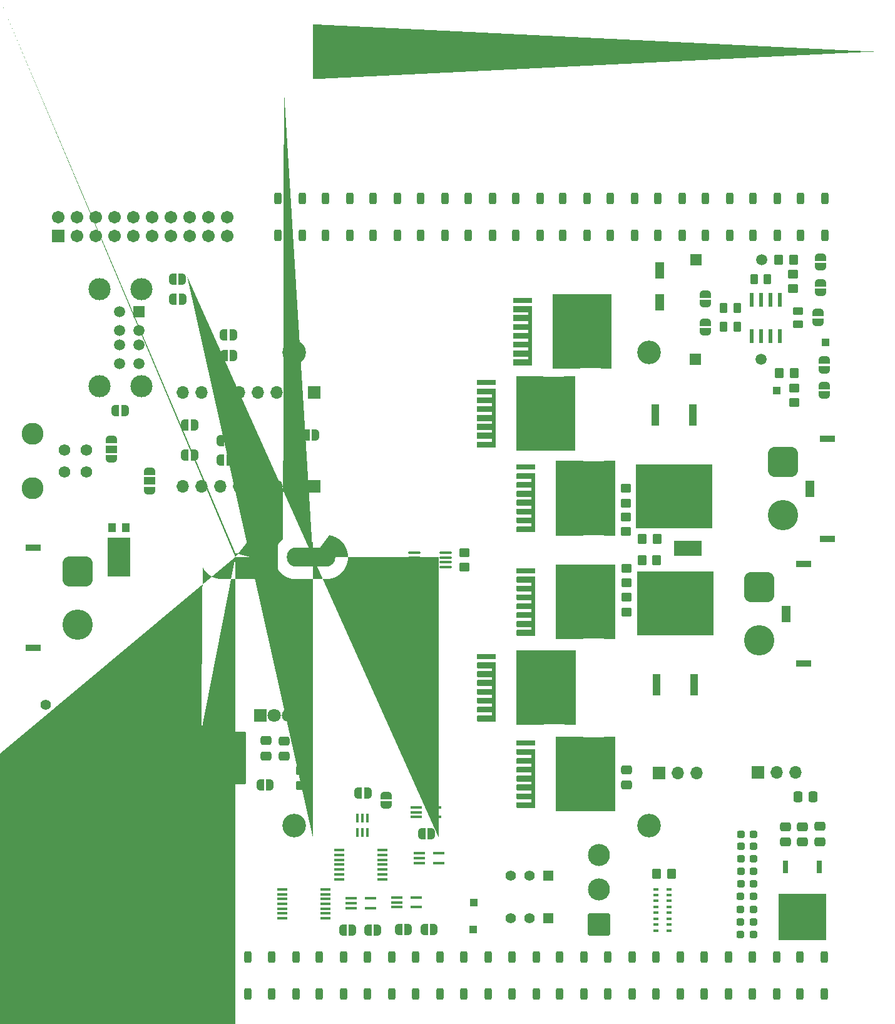
<source format=gbr>
%TF.GenerationSoftware,KiCad,Pcbnew,8.0.3*%
%TF.CreationDate,2025-06-05T22:32:43-07:00*%
%TF.ProjectId,Power_ManagementV2,506f7765-725f-44d6-916e-6167656d656e,rev?*%
%TF.SameCoordinates,Original*%
%TF.FileFunction,Soldermask,Top*%
%TF.FilePolarity,Negative*%
%FSLAX46Y46*%
G04 Gerber Fmt 4.6, Leading zero omitted, Abs format (unit mm)*
G04 Created by KiCad (PCBNEW 8.0.3) date 2025-06-05 22:32:43*
%MOMM*%
%LPD*%
G01*
G04 APERTURE LIST*
G04 Aperture macros list*
%AMRoundRect*
0 Rectangle with rounded corners*
0 $1 Rounding radius*
0 $2 $3 $4 $5 $6 $7 $8 $9 X,Y pos of 4 corners*
0 Add a 4 corners polygon primitive as box body*
4,1,4,$2,$3,$4,$5,$6,$7,$8,$9,$2,$3,0*
0 Add four circle primitives for the rounded corners*
1,1,$1+$1,$2,$3*
1,1,$1+$1,$4,$5*
1,1,$1+$1,$6,$7*
1,1,$1+$1,$8,$9*
0 Add four rect primitives between the rounded corners*
20,1,$1+$1,$2,$3,$4,$5,0*
20,1,$1+$1,$4,$5,$6,$7,0*
20,1,$1+$1,$6,$7,$8,$9,0*
20,1,$1+$1,$8,$9,$2,$3,0*%
%AMFreePoly0*
4,1,19,0.500000,-0.750000,0.000000,-0.750000,0.000000,-0.744911,-0.071157,-0.744911,-0.207708,-0.704816,-0.327430,-0.627875,-0.420627,-0.520320,-0.479746,-0.390866,-0.500000,-0.250000,-0.500000,0.250000,-0.479746,0.390866,-0.420627,0.520320,-0.327430,0.627875,-0.207708,0.704816,-0.071157,0.744911,0.000000,0.744911,0.000000,0.750000,0.500000,0.750000,0.500000,-0.750000,0.500000,-0.750000,
$1*%
%AMFreePoly1*
4,1,19,0.000000,0.744911,0.071157,0.744911,0.207708,0.704816,0.327430,0.627875,0.420627,0.520320,0.479746,0.390866,0.500000,0.250000,0.500000,-0.250000,0.479746,-0.390866,0.420627,-0.520320,0.327430,-0.627875,0.207708,-0.704816,0.071157,-0.744911,0.000000,-0.744911,0.000000,-0.750000,-0.500000,-0.750000,-0.500000,0.750000,0.000000,0.750000,0.000000,0.744911,0.000000,0.744911,
$1*%
%AMFreePoly2*
4,1,19,0.550000,-0.750000,0.000000,-0.750000,0.000000,-0.744911,-0.071157,-0.744911,-0.207708,-0.704816,-0.327430,-0.627875,-0.420627,-0.520320,-0.479746,-0.390866,-0.500000,-0.250000,-0.500000,0.250000,-0.479746,0.390866,-0.420627,0.520320,-0.327430,0.627875,-0.207708,0.704816,-0.071157,0.744911,0.000000,0.744911,0.000000,0.750000,0.550000,0.750000,0.550000,-0.750000,0.550000,-0.750000,
$1*%
%AMFreePoly3*
4,1,19,0.000000,0.744911,0.071157,0.744911,0.207708,0.704816,0.327430,0.627875,0.420627,0.520320,0.479746,0.390866,0.500000,0.250000,0.500000,-0.250000,0.479746,-0.390866,0.420627,-0.520320,0.327430,-0.627875,0.207708,-0.704816,0.071157,-0.744911,0.000000,-0.744911,0.000000,-0.750000,-0.550000,-0.750000,-0.550000,0.750000,0.000000,0.750000,0.000000,0.744911,0.000000,0.744911,
$1*%
%AMFreePoly4*
4,1,64,2.219304,2.963065,2.677052,2.853170,3.111972,2.673020,3.513357,2.427051,3.871321,2.121320,4.177052,1.763356,4.423021,1.361971,4.603171,0.927051,4.713066,0.469303,4.750001,0.000000,4.713066,-0.469303,4.603171,-0.927051,4.423021,-1.361971,4.177052,-1.763356,3.871321,-2.121320,3.513357,-2.427051,3.111972,-2.673020,2.677052,-2.853170,2.219304,-2.963065,1.750001,-3.000000,
-2.249999,-3.000000,-2.397706,-2.996361,-2.545055,-2.985454,-2.691689,-2.967306,-2.837251,-2.941960,-2.981388,-2.909478,-3.123751,-2.869938,-3.263995,-2.823437,-3.401780,-2.770088,-3.536770,-2.710019,-3.668639,-2.643376,-3.797067,-2.570322,-3.921743,-2.491033,-4.042363,-2.405702,-4.158636,-2.314536,-4.270279,-2.217755,-4.377022,-2.115595,-4.478605,-2.008303,-4.574782,-1.896139,-4.665320,-1.779377,
-4.750000,-1.658298,-4.750001,1.658297,-4.665322,1.779376,-4.574783,1.896139,-4.478606,2.008302,-4.377023,2.115594,-4.270281,2.217755,-4.158637,2.314535,-4.042365,2.405702,-3.921744,2.491033,-3.797069,2.570322,-3.668640,2.643376,-3.536771,2.710019,-3.401780,2.770087,-3.263996,2.823437,-3.123752,2.869937,-2.981389,2.909477,-2.837251,2.941959,-2.691689,2.967304,-2.545056,2.985452,
-2.397706,2.996359,-2.249999,2.999997,1.750001,3.000000,2.219304,2.963065,2.219304,2.963065,$1*%
%AMFreePoly5*
4,1,64,2.397707,2.996361,2.545056,2.985454,2.691689,2.967306,2.837251,2.941960,2.981388,2.909477,3.123751,2.869938,3.263995,2.823437,3.401779,2.770087,3.536770,2.710019,3.668639,2.643376,3.797067,2.570322,3.921742,2.491033,4.042363,2.405702,4.158635,2.314536,4.270278,2.217755,4.377021,2.115595,4.478604,2.008303,4.574782,1.896140,4.665320,1.779378,4.750000,1.658299,
4.750001,-1.658298,4.665321,-1.779377,4.574783,-1.896139,4.478606,-2.008303,4.377022,-2.115595,4.270280,-2.217755,4.158637,-2.314536,4.042364,-2.405702,3.921744,-2.491033,3.797068,-2.570322,3.668640,-2.643376,3.536771,-2.710019,3.401780,-2.770087,3.263996,-2.823437,3.123752,-2.869937,2.981389,-2.909477,2.837251,-2.941959,2.691689,-2.967305,2.545056,-2.985453,2.397707,-2.996360,
2.250000,-2.999998,-1.750001,-3.000000,-2.219304,-2.963065,-2.677051,-2.853170,-3.111972,-2.673020,-3.513356,-2.427051,-3.871321,-2.121320,-4.177051,-1.763356,-4.423020,-1.361971,-4.603170,-0.927051,-4.713066,-0.469303,-4.750001,0.000000,-4.713066,0.469303,-4.603170,0.927051,-4.423020,1.361971,-4.177051,1.763356,-3.871321,2.121320,-3.513356,2.427051,-3.111972,2.673020,-2.677051,2.853170,
-2.219304,2.963065,-1.750001,3.000000,2.250000,3.000000,2.397707,2.996361,2.397707,2.996361,$1*%
G04 Aperture macros list end*
%ADD10C,0.000000*%
%ADD11RoundRect,0.250000X-0.250000X0.550000X-0.250000X-0.550000X0.250000X-0.550000X0.250000X0.550000X0*%
%ADD12FreePoly0,0.000000*%
%ADD13FreePoly1,0.000000*%
%ADD14RoundRect,0.100000X-0.650000X-0.100000X0.650000X-0.100000X0.650000X0.100000X-0.650000X0.100000X0*%
%ADD15C,1.498600*%
%ADD16R,1.498600X1.498600*%
%ADD17R,0.990600X1.143000*%
%ADD18R,3.098800X5.207000*%
%ADD19RoundRect,0.250000X-0.262500X-0.450000X0.262500X-0.450000X0.262500X0.450000X-0.262500X0.450000X0*%
%ADD20RoundRect,0.250000X0.250000X-0.550000X0.250000X0.550000X-0.250000X0.550000X-0.250000X-0.550000X0*%
%ADD21C,1.574800*%
%ADD22C,2.971800*%
%ADD23RoundRect,0.237500X-0.287500X-0.237500X0.287500X-0.237500X0.287500X0.237500X-0.287500X0.237500X0*%
%ADD24RoundRect,0.250000X0.475000X-0.337500X0.475000X0.337500X-0.475000X0.337500X-0.475000X-0.337500X0*%
%ADD25RoundRect,0.250000X0.350000X0.450000X-0.350000X0.450000X-0.350000X-0.450000X0.350000X-0.450000X0*%
%ADD26FreePoly0,90.000000*%
%ADD27FreePoly1,90.000000*%
%ADD28C,3.200000*%
%ADD29R,1.500000X1.500000*%
%ADD30C,1.500000*%
%ADD31C,3.000000*%
%ADD32R,2.400000X2.400000*%
%ADD33C,2.400000*%
%ADD34RoundRect,0.250000X-0.450000X0.350000X-0.450000X-0.350000X0.450000X-0.350000X0.450000X0.350000X0*%
%ADD35FreePoly2,90.000000*%
%ADD36R,1.500000X1.000000*%
%ADD37FreePoly3,90.000000*%
%ADD38RoundRect,0.250000X-0.337500X-0.475000X0.337500X-0.475000X0.337500X0.475000X-0.337500X0.475000X0*%
%ADD39FreePoly0,270.000000*%
%ADD40FreePoly1,270.000000*%
%ADD41RoundRect,0.250000X0.450000X-0.350000X0.450000X0.350000X-0.450000X0.350000X-0.450000X-0.350000X0*%
%ADD42FreePoly2,0.000000*%
%ADD43R,1.000000X1.500000*%
%ADD44FreePoly3,0.000000*%
%ADD45R,2.500000X0.800000*%
%ADD46R,7.999995X10.100005*%
%ADD47FreePoly2,270.000000*%
%ADD48FreePoly3,270.000000*%
%ADD49RoundRect,0.102000X-0.754000X-0.754000X0.754000X-0.754000X0.754000X0.754000X-0.754000X0.754000X0*%
%ADD50C,1.712000*%
%ADD51RoundRect,0.250000X-0.350000X-0.450000X0.350000X-0.450000X0.350000X0.450000X-0.350000X0.450000X0*%
%ADD52C,1.400000*%
%ADD53R,3.500000X3.500000*%
%ADD54C,3.500000*%
%ADD55R,1.168400X2.209800*%
%ADD56RoundRect,0.250000X-0.475000X0.337500X-0.475000X-0.337500X0.475000X-0.337500X0.475000X0.337500X0*%
%ADD57RoundRect,0.250000X0.262500X0.450000X-0.262500X0.450000X-0.262500X-0.450000X0.262500X-0.450000X0*%
%ADD58R,1.700000X1.700000*%
%ADD59O,1.700000X1.700000*%
%ADD60R,0.711200X1.701800*%
%ADD61R,6.553200X6.223000*%
%ADD62R,0.990600X2.997200*%
%ADD63R,10.337800X8.712200*%
%ADD64FreePoly0,180.000000*%
%ADD65FreePoly1,180.000000*%
%ADD66RoundRect,0.100000X-0.712500X-0.100000X0.712500X-0.100000X0.712500X0.100000X-0.712500X0.100000X0*%
%ADD67R,1.000000X1.000000*%
%ADD68R,2.000000X0.900000*%
%ADD69RoundRect,1.025000X-1.025000X1.025000X-1.025000X-1.025000X1.025000X-1.025000X1.025000X1.025000X0*%
%ADD70C,4.100000*%
%ADD71R,1.300000X2.300000*%
%ADD72RoundRect,0.102000X0.609000X0.609000X-0.609000X0.609000X-0.609000X-0.609000X0.609000X-0.609000X0*%
%ADD73C,1.422000*%
%ADD74R,1.460500X0.355600*%
%ADD75R,0.355600X1.168400*%
%ADD76R,3.800000X2.000000*%
%ADD77R,1.473200X0.355600*%
%ADD78RoundRect,1.025000X1.025000X-1.025000X1.025000X1.025000X-1.025000X1.025000X-1.025000X-1.025000X0*%
%ADD79R,0.711200X0.457200*%
%ADD80R,1.800000X1.800000*%
%ADD81C,1.800000*%
%ADD82RoundRect,1.300000X-2.000000X-0.000010X2.000000X-0.000010X2.000000X0.000010X-2.000000X0.000010X0*%
%ADD83FreePoly4,0.000000*%
%ADD84FreePoly5,0.000000*%
%ADD85RoundRect,0.102000X-1.495000X-0.670000X1.495000X-0.670000X1.495000X0.670000X-1.495000X0.670000X0*%
%ADD86RoundRect,0.102000X-4.130000X-3.450000X4.130000X-3.450000X4.130000X3.450000X-4.130000X3.450000X0*%
%ADD87R,0.533400X1.981200*%
%ADD88RoundRect,0.250000X0.650000X-1.000000X0.650000X1.000000X-0.650000X1.000000X-0.650000X-1.000000X0*%
%ADD89RoundRect,0.102000X1.387500X1.387500X-1.387500X1.387500X-1.387500X-1.387500X1.387500X-1.387500X0*%
%ADD90C,2.979000*%
%ADD91RoundRect,0.250000X-0.450000X0.262500X-0.450000X-0.262500X0.450000X-0.262500X0.450000X0.262500X0*%
%ADD92RoundRect,0.102000X1.500000X-1.237500X1.500000X1.237500X-1.500000X1.237500X-1.500000X-1.237500X0*%
G04 APERTURE END LIST*
D10*
%TO.C,Q3*%
G36*
X230490703Y-88526397D02*
G01*
X233290698Y-88526397D01*
X233290702Y-87676398D01*
X234790699Y-87676398D01*
X234790699Y-97776404D01*
X233290702Y-97776404D01*
X233290698Y-96926405D01*
X230490703Y-96926405D01*
X230490697Y-97776404D01*
X226790704Y-97776404D01*
X226790704Y-87676398D01*
X230490697Y-87676398D01*
X230490703Y-88526397D01*
G37*
G36*
X223990701Y-97326400D02*
G01*
X221490701Y-97326400D01*
X221490701Y-96526400D01*
X223490700Y-96526402D01*
X223490700Y-96126402D01*
X221490701Y-96126400D01*
X221490701Y-95326402D01*
X223490700Y-95326402D01*
X223490700Y-94926402D01*
X221490701Y-94926402D01*
X221490701Y-94126403D01*
X223490700Y-94126402D01*
X223490700Y-93726402D01*
X221490701Y-93726402D01*
X221490701Y-92926402D01*
X223490700Y-92926402D01*
X223490700Y-92526402D01*
X221490701Y-92526402D01*
X221490701Y-91726402D01*
X223490700Y-91726402D01*
X223490700Y-91326402D01*
X221490701Y-91326402D01*
X221490701Y-90526402D01*
X223490700Y-90526402D01*
X223490700Y-90126402D01*
X221490701Y-90126402D01*
X221490701Y-89326402D01*
X223990701Y-89326402D01*
X223990701Y-97326400D01*
G37*
%TO.C,Q4*%
G36*
X230490703Y-102539795D02*
G01*
X233290698Y-102539795D01*
X233290702Y-101689796D01*
X234790699Y-101689796D01*
X234790699Y-111789802D01*
X233290702Y-111789802D01*
X233290698Y-110939803D01*
X230490703Y-110939803D01*
X230490697Y-111789802D01*
X226790704Y-111789802D01*
X226790704Y-101689796D01*
X230490697Y-101689796D01*
X230490703Y-102539795D01*
G37*
G36*
X223990701Y-111339798D02*
G01*
X221490701Y-111339798D01*
X221490701Y-110539798D01*
X223490700Y-110539800D01*
X223490700Y-110139800D01*
X221490701Y-110139798D01*
X221490701Y-109339800D01*
X223490700Y-109339800D01*
X223490700Y-108939800D01*
X221490701Y-108939800D01*
X221490701Y-108139801D01*
X223490700Y-108139800D01*
X223490700Y-107739800D01*
X221490701Y-107739800D01*
X221490701Y-106939800D01*
X223490700Y-106939800D01*
X223490700Y-106539800D01*
X221490701Y-106539800D01*
X221490701Y-105739800D01*
X223490700Y-105739800D01*
X223490700Y-105339800D01*
X221490701Y-105339800D01*
X221490701Y-104539800D01*
X223490700Y-104539800D01*
X223490700Y-104139800D01*
X221490701Y-104139800D01*
X221490701Y-103339800D01*
X223990701Y-103339800D01*
X223990701Y-111339798D01*
G37*
%TO.C,Q1*%
G36*
X230033503Y-65954796D02*
G01*
X232833498Y-65954796D01*
X232833502Y-65104797D01*
X234333499Y-65104797D01*
X234333499Y-75204803D01*
X232833502Y-75204803D01*
X232833498Y-74354804D01*
X230033503Y-74354804D01*
X230033497Y-75204803D01*
X226333504Y-75204803D01*
X226333504Y-65104797D01*
X230033497Y-65104797D01*
X230033503Y-65954796D01*
G37*
G36*
X223533501Y-74754799D02*
G01*
X221033501Y-74754799D01*
X221033501Y-73954799D01*
X223033500Y-73954801D01*
X223033500Y-73554801D01*
X221033501Y-73554799D01*
X221033501Y-72754801D01*
X223033500Y-72754801D01*
X223033500Y-72354801D01*
X221033501Y-72354801D01*
X221033501Y-71554802D01*
X223033500Y-71554801D01*
X223033500Y-71154801D01*
X221033501Y-71154801D01*
X221033501Y-70354801D01*
X223033500Y-70354801D01*
X223033500Y-69954801D01*
X221033501Y-69954801D01*
X221033501Y-69154801D01*
X223033500Y-69154801D01*
X223033500Y-68754801D01*
X221033501Y-68754801D01*
X221033501Y-67954801D01*
X223033500Y-67954801D01*
X223033500Y-67554801D01*
X221033501Y-67554801D01*
X221033501Y-66754801D01*
X223533501Y-66754801D01*
X223533501Y-74754799D01*
G37*
%TO.C,Q2*%
G36*
X225105903Y-77079996D02*
G01*
X227905898Y-77079996D01*
X227905902Y-76229997D01*
X229405899Y-76229997D01*
X229405899Y-86330003D01*
X227905902Y-86330003D01*
X227905898Y-85480004D01*
X225105903Y-85480004D01*
X225105897Y-86330003D01*
X221405904Y-86330003D01*
X221405904Y-76229997D01*
X225105897Y-76229997D01*
X225105903Y-77079996D01*
G37*
G36*
X218605901Y-85879999D02*
G01*
X216105901Y-85879999D01*
X216105901Y-85079999D01*
X218105900Y-85080001D01*
X218105900Y-84680001D01*
X216105901Y-84679999D01*
X216105901Y-83880001D01*
X218105900Y-83880001D01*
X218105900Y-83480001D01*
X216105901Y-83480001D01*
X216105901Y-82680002D01*
X218105900Y-82680001D01*
X218105900Y-82280001D01*
X216105901Y-82280001D01*
X216105901Y-81480001D01*
X218105900Y-81480001D01*
X218105900Y-81080001D01*
X216105901Y-81080001D01*
X216105901Y-80280001D01*
X218105900Y-80280001D01*
X218105900Y-79880001D01*
X216105901Y-79880001D01*
X216105901Y-79080001D01*
X218105900Y-79080001D01*
X218105900Y-78680001D01*
X216105901Y-78680001D01*
X216105901Y-77880001D01*
X218605901Y-77880001D01*
X218605901Y-85879999D01*
G37*
%TO.C,Q5*%
G36*
X225148602Y-114115995D02*
G01*
X227948597Y-114115995D01*
X227948601Y-113265996D01*
X229448598Y-113265996D01*
X229448598Y-123366002D01*
X227948601Y-123366002D01*
X227948597Y-122516003D01*
X225148602Y-122516003D01*
X225148596Y-123366002D01*
X221448603Y-123366002D01*
X221448603Y-113265996D01*
X225148596Y-113265996D01*
X225148602Y-114115995D01*
G37*
G36*
X218648600Y-122915998D02*
G01*
X216148600Y-122915998D01*
X216148600Y-122115998D01*
X218148599Y-122116000D01*
X218148599Y-121716000D01*
X216148600Y-121715998D01*
X216148600Y-120916000D01*
X218148599Y-120916000D01*
X218148599Y-120516000D01*
X216148600Y-120516000D01*
X216148600Y-119716001D01*
X218148599Y-119716000D01*
X218148599Y-119316000D01*
X216148600Y-119316000D01*
X216148600Y-118516000D01*
X218148599Y-118516000D01*
X218148599Y-118116000D01*
X216148600Y-118116000D01*
X216148600Y-117316000D01*
X218148599Y-117316000D01*
X218148599Y-116916000D01*
X216148600Y-116916000D01*
X216148600Y-116116000D01*
X218148599Y-116116000D01*
X218148599Y-115716000D01*
X216148600Y-115716000D01*
X216148600Y-114916000D01*
X218648600Y-114916000D01*
X218648600Y-122915998D01*
G37*
%TO.C,Q6*%
G36*
X230490703Y-125850795D02*
G01*
X233290698Y-125850795D01*
X233290702Y-125000796D01*
X234790699Y-125000796D01*
X234790699Y-135100802D01*
X233290702Y-135100802D01*
X233290698Y-134250803D01*
X230490703Y-134250803D01*
X230490697Y-135100802D01*
X226790704Y-135100802D01*
X226790704Y-125000796D01*
X230490697Y-125000796D01*
X230490703Y-125850795D01*
G37*
G36*
X223990701Y-134650798D02*
G01*
X221490701Y-134650798D01*
X221490701Y-133850798D01*
X223490700Y-133850800D01*
X223490700Y-133450800D01*
X221490701Y-133450798D01*
X221490701Y-132650800D01*
X223490700Y-132650800D01*
X223490700Y-132250800D01*
X221490701Y-132250800D01*
X221490701Y-131450801D01*
X223490700Y-131450800D01*
X223490700Y-131050800D01*
X221490701Y-131050800D01*
X221490701Y-130250800D01*
X223490700Y-130250800D01*
X223490700Y-129850800D01*
X221490701Y-129850800D01*
X221490701Y-129050800D01*
X223490700Y-129050800D01*
X223490700Y-128650800D01*
X221490701Y-128650800D01*
X221490701Y-127850800D01*
X223490700Y-127850800D01*
X223490700Y-127450800D01*
X221490701Y-127450800D01*
X221490701Y-126650800D01*
X223990701Y-126650800D01*
X223990701Y-134650798D01*
G37*
%TD*%
D11*
%TO.C,LED18*%
X263139322Y-52200000D03*
X259839322Y-52200000D03*
X263139322Y-57200000D03*
X259839322Y-57200000D03*
%TD*%
D12*
%TO.C,JP11*%
X176575000Y-82800000D03*
D13*
X177875000Y-82800000D03*
%TD*%
D14*
%TO.C,U9*%
X205270000Y-146750000D03*
X205270000Y-147400000D03*
X205270000Y-148050000D03*
X207930000Y-148050000D03*
X207930000Y-146750000D03*
%TD*%
D15*
%TO.C,D2*%
X254594480Y-60500000D03*
D16*
X245694320Y-60500000D03*
%TD*%
D17*
%TO.C,CR1*%
X168616402Y-96723200D03*
X166776400Y-96723200D03*
D18*
X167696401Y-100711000D03*
%TD*%
D19*
%TO.C,R5*%
X249485900Y-67002400D03*
X251310900Y-67002400D03*
%TD*%
D20*
%TO.C,LED1*%
X155793000Y-159750000D03*
X159093000Y-159750000D03*
X155793000Y-154750000D03*
X159093000Y-154750000D03*
%TD*%
D21*
%TO.C,J9*%
X160274000Y-89183350D03*
X160274000Y-86183351D03*
X163273999Y-89183350D03*
X163273999Y-86183351D03*
D22*
X155953998Y-84033350D03*
X155953998Y-91333351D03*
%TD*%
D23*
%TO.C,D13*%
X251747400Y-150048200D03*
X253497400Y-150048200D03*
%TD*%
D24*
%TO.C,C6*%
X260148599Y-139211500D03*
X260148599Y-137136500D03*
%TD*%
D20*
%TO.C,LED5*%
X181798600Y-159750000D03*
X185098600Y-159750000D03*
X181798600Y-154750000D03*
X185098600Y-154750000D03*
%TD*%
D25*
%TO.C,R19*%
X242400000Y-143520400D03*
X240400000Y-143520400D03*
%TD*%
D26*
%TO.C,JP1*%
X262260200Y-68915800D03*
D27*
X262260200Y-67615800D03*
%TD*%
D28*
%TO.C,H1*%
X191350000Y-73000000D03*
%TD*%
D29*
%TO.C,J7*%
X170355000Y-67525000D03*
D30*
X170355000Y-70025000D03*
X170355000Y-72025000D03*
X170355000Y-74525000D03*
X167735000Y-67525000D03*
X167735000Y-70025000D03*
X167735000Y-72025000D03*
X167735000Y-74525000D03*
D31*
X170705000Y-64455000D03*
X165025000Y-64455000D03*
X170705000Y-77595000D03*
X165025000Y-77595000D03*
%TD*%
D14*
%TO.C,U12*%
X207870000Y-134550000D03*
X207870000Y-135200000D03*
X207870000Y-135850000D03*
X210530000Y-135850000D03*
X210530000Y-134550000D03*
%TD*%
D32*
%TO.C,C11*%
X163042600Y-140606846D03*
D33*
X163042600Y-148106846D03*
%TD*%
D34*
%TO.C,R12*%
X259000000Y-77800000D03*
X259000000Y-79800000D03*
%TD*%
D35*
%TO.C,JP8*%
X171857500Y-91675000D03*
D36*
X171857500Y-90375000D03*
D37*
X171857500Y-89075000D03*
%TD*%
D34*
%TO.C,R13*%
X192350000Y-125575000D03*
X192350000Y-127575000D03*
%TD*%
D38*
%TO.C,C2*%
X259515700Y-133096000D03*
X261590700Y-133096000D03*
%TD*%
D39*
%TO.C,JP25*%
X203800000Y-132950000D03*
D40*
X203800000Y-134250000D03*
%TD*%
D15*
%TO.C,D1*%
X254543680Y-73915000D03*
D16*
X245643520Y-73915000D03*
%TD*%
D20*
%TO.C,LED6*%
X188300000Y-159750000D03*
X191600000Y-159750000D03*
X188300000Y-154750000D03*
X191600000Y-154750000D03*
%TD*%
D26*
%TO.C,JP3*%
X247045600Y-66396600D03*
D27*
X247045600Y-65096600D03*
%TD*%
D41*
%TO.C,R1*%
X236220000Y-93370400D03*
X236220000Y-91370400D03*
%TD*%
D11*
%TO.C,LED28*%
X198924934Y-52200000D03*
X195624934Y-52200000D03*
X198924934Y-57200000D03*
X195624934Y-57200000D03*
%TD*%
D42*
%TO.C,JP9*%
X191650000Y-84207500D03*
D43*
X192950000Y-84207500D03*
D44*
X194250000Y-84207500D03*
%TD*%
D45*
%TO.C,Q3*%
X222740701Y-88526402D03*
X222740701Y-89726402D03*
X222740701Y-90926402D03*
X222740701Y-92126402D03*
X222740701Y-93326402D03*
X222740701Y-94526402D03*
X222740701Y-95726400D03*
X222740701Y-96926400D03*
D46*
X230790701Y-92726401D03*
%TD*%
D26*
%TO.C,JP4*%
X262600000Y-61400000D03*
D27*
X262600000Y-60100000D03*
%TD*%
D47*
%TO.C,JP28*%
X166624000Y-84785200D03*
D36*
X166624000Y-86085200D03*
D48*
X166624000Y-87385200D03*
%TD*%
D20*
%TO.C,LED10*%
X214305600Y-159750000D03*
X217605600Y-159750000D03*
X214305600Y-154750000D03*
X217605600Y-154750000D03*
%TD*%
D45*
%TO.C,Q4*%
X222740701Y-102539800D03*
X222740701Y-103739800D03*
X222740701Y-104939800D03*
X222740701Y-106139800D03*
X222740701Y-107339800D03*
X222740701Y-108539800D03*
X222740701Y-109739798D03*
X222740701Y-110939798D03*
D46*
X230790701Y-106739799D03*
%TD*%
D12*
%TO.C,JP16*%
X181400000Y-87600000D03*
D13*
X182700000Y-87600000D03*
%TD*%
D49*
%TO.C,J8*%
X159500000Y-57290000D03*
D50*
X159500000Y-54750000D03*
X162040000Y-57290000D03*
X162040000Y-54750000D03*
X164580000Y-57290000D03*
X164580000Y-54750000D03*
X167120000Y-57290000D03*
X167120000Y-54750000D03*
X169660000Y-57290000D03*
X169660000Y-54750000D03*
X172200000Y-57290000D03*
X172200000Y-54750000D03*
X174740000Y-57290000D03*
X174740000Y-54750000D03*
X177280000Y-57290000D03*
X177280000Y-54750000D03*
X179820000Y-57290000D03*
X179820000Y-54750000D03*
X182360000Y-57290000D03*
X182360000Y-54750000D03*
%TD*%
D51*
%TO.C,R9*%
X256900000Y-60450000D03*
X258900000Y-60450000D03*
%TD*%
D20*
%TO.C,LED7*%
X194801400Y-159750000D03*
X198101400Y-159750000D03*
X194801400Y-154750000D03*
X198101400Y-154750000D03*
%TD*%
D24*
%TO.C,C4*%
X262459999Y-139186100D03*
X262459999Y-137111100D03*
%TD*%
D28*
%TO.C,H2*%
X191350000Y-137000000D03*
%TD*%
D52*
%TO.C,J6*%
X157750000Y-131700000D03*
X157750000Y-120700000D03*
D53*
X162750000Y-128700000D03*
D54*
X162750000Y-123700000D03*
%TD*%
D55*
%TO.C,C1*%
X240800000Y-61900000D03*
X240800000Y-66218000D03*
%TD*%
D20*
%TO.C,LED15*%
X246812600Y-159750000D03*
X250112600Y-159750000D03*
X246812600Y-154750000D03*
X250112600Y-154750000D03*
%TD*%
D56*
%TO.C,C8*%
X187550000Y-125525000D03*
X187550000Y-127600000D03*
%TD*%
%TO.C,C9*%
X190025000Y-125537500D03*
X190025000Y-127612500D03*
%TD*%
D57*
%TO.C,TH2*%
X255425700Y-63090800D03*
X253600700Y-63090800D03*
%TD*%
D28*
%TO.C,H4*%
X239350000Y-73000000D03*
%TD*%
D20*
%TO.C,LED17*%
X259815400Y-159750000D03*
X263115400Y-159750000D03*
X259815400Y-154750000D03*
X263115400Y-154750000D03*
%TD*%
%TO.C,LED4*%
X175297200Y-159750000D03*
X178597200Y-159750000D03*
X175297200Y-154750000D03*
X178597200Y-154750000D03*
%TD*%
D58*
%TO.C,J3*%
X194125000Y-78450000D03*
D59*
X191585000Y-78450000D03*
X189045000Y-78450000D03*
X186505000Y-78450000D03*
X183965000Y-78450000D03*
X181425000Y-78450000D03*
X178885000Y-78450000D03*
X176345000Y-78450000D03*
%TD*%
D23*
%TO.C,D5*%
X251803400Y-139837400D03*
X253553400Y-139837400D03*
%TD*%
D45*
%TO.C,Q1*%
X222283501Y-65954801D03*
X222283501Y-67154801D03*
X222283501Y-68354801D03*
X222283501Y-69554801D03*
X222283501Y-70754801D03*
X222283501Y-71954801D03*
X222283501Y-73154799D03*
X222283501Y-74354799D03*
D46*
X230333501Y-70154800D03*
%TD*%
D34*
%TO.C,R7*%
X236372400Y-102190800D03*
X236372400Y-104190800D03*
%TD*%
D20*
%TO.C,LED16*%
X253314000Y-159750000D03*
X256614000Y-159750000D03*
X253314000Y-154750000D03*
X256614000Y-154750000D03*
%TD*%
D13*
%TO.C,JP24*%
X206800000Y-151100000D03*
D12*
X205500000Y-151100000D03*
%TD*%
D60*
%TO.C,U4*%
X262450001Y-142593600D03*
D61*
X260150000Y-149350000D03*
D60*
X257849999Y-142593600D03*
%TD*%
D62*
%TO.C,U2*%
X240385600Y-117983000D03*
D63*
X242925600Y-106972100D03*
D62*
X245465600Y-117983000D03*
%TD*%
D26*
%TO.C,JP6*%
X262600000Y-64900000D03*
D27*
X262600000Y-63600000D03*
%TD*%
D26*
%TO.C,JP7*%
X263050000Y-78800000D03*
D27*
X263050000Y-77500000D03*
%TD*%
D64*
%TO.C,JP26*%
X201350000Y-132600000D03*
D65*
X200050000Y-132600000D03*
%TD*%
D32*
%TO.C,C10*%
X180060600Y-140606292D03*
D33*
X180060600Y-148106292D03*
%TD*%
D20*
%TO.C,LED3*%
X168795800Y-159750000D03*
X172095800Y-159750000D03*
X168795800Y-154750000D03*
X172095800Y-154750000D03*
%TD*%
D51*
%TO.C,R10*%
X257000000Y-75800000D03*
X259000000Y-75800000D03*
%TD*%
D66*
%TO.C,U14*%
X207612500Y-100100000D03*
X207612500Y-100750000D03*
X207612500Y-101400000D03*
X207612500Y-102050000D03*
X211837500Y-102050000D03*
X211837500Y-101400000D03*
X211837500Y-100750000D03*
X211837500Y-100100000D03*
%TD*%
D58*
%TO.C,J4*%
X194125000Y-91150000D03*
D59*
X191585000Y-91150000D03*
X189045000Y-91150000D03*
X186505000Y-91150000D03*
X183965000Y-91150000D03*
X181425000Y-91150000D03*
X178885000Y-91150000D03*
X176345000Y-91150000D03*
%TD*%
D67*
%TO.C,TP4*%
X215700000Y-147400000D03*
%TD*%
D23*
%TO.C,D6*%
X251800800Y-141488400D03*
X253550800Y-141488400D03*
%TD*%
D68*
%TO.C,J2*%
X260317600Y-101606400D03*
X260317600Y-115106400D03*
D69*
X254317600Y-104756400D03*
D70*
X254317600Y-111956400D03*
D71*
X257967600Y-108356400D03*
%TD*%
D20*
%TO.C,LED8*%
X201302800Y-159750000D03*
X204602800Y-159750000D03*
X201302800Y-154750000D03*
X204602800Y-154750000D03*
%TD*%
D12*
%TO.C,JP20*%
X181884800Y-73406000D03*
D13*
X183184800Y-73406000D03*
%TD*%
D11*
%TO.C,LED20*%
X250296438Y-52200000D03*
X246996438Y-52200000D03*
X250296438Y-57200000D03*
X246996438Y-57200000D03*
%TD*%
D62*
%TO.C,U1*%
X245313200Y-81445100D03*
D63*
X242773200Y-92456000D03*
D62*
X240233200Y-81445100D03*
%TD*%
D68*
%TO.C,J1*%
X263499600Y-84696400D03*
X263499600Y-98196400D03*
D69*
X257499600Y-87846400D03*
D70*
X257499600Y-95046400D03*
D71*
X261149600Y-91446400D03*
%TD*%
D20*
%TO.C,LED2*%
X162294400Y-159750000D03*
X165594400Y-159750000D03*
X162294400Y-154750000D03*
X165594400Y-154750000D03*
%TD*%
D25*
%TO.C,R8*%
X240436400Y-101142800D03*
X238436400Y-101142800D03*
%TD*%
D12*
%TO.C,JP19*%
X181834000Y-70612000D03*
D13*
X183134000Y-70612000D03*
%TD*%
D64*
%TO.C,JP27*%
X209950000Y-138100000D03*
D65*
X208650000Y-138100000D03*
%TD*%
D72*
%TO.C,VR1*%
X225740400Y-143799800D03*
D73*
X223200400Y-143799800D03*
X220660400Y-143799800D03*
%TD*%
D20*
%TO.C,LED12*%
X227308400Y-159750000D03*
X230608400Y-159750000D03*
X227308400Y-154750000D03*
X230608400Y-154750000D03*
%TD*%
D74*
%TO.C,U7*%
X189772650Y-145649999D03*
X189772650Y-146300000D03*
X189772650Y-146950001D03*
X189772650Y-147600000D03*
X189772650Y-148249999D03*
X189772650Y-148900000D03*
X189772650Y-149549999D03*
X195627350Y-149550001D03*
X195627350Y-148900000D03*
X195627350Y-148250001D03*
X195627350Y-147600000D03*
X195627350Y-146950001D03*
X195627350Y-146300000D03*
X195627350Y-145650001D03*
%TD*%
D38*
%TO.C,C7*%
X175369400Y-120091200D03*
X177444400Y-120091200D03*
%TD*%
D20*
%TO.C,LED9*%
X207804200Y-159750000D03*
X211104200Y-159750000D03*
X207804200Y-154750000D03*
X211104200Y-154750000D03*
%TD*%
D75*
%TO.C,U11*%
X201249999Y-136022100D03*
X200600000Y-136022100D03*
X199950001Y-136022100D03*
X199950001Y-137977900D03*
X200600000Y-137977900D03*
X201249999Y-137977900D03*
%TD*%
D11*
%TO.C,LED29*%
X192503496Y-52200000D03*
X189203496Y-52200000D03*
X192503496Y-57200000D03*
X189203496Y-57200000D03*
%TD*%
D76*
%TO.C,TP1*%
X244650000Y-99500000D03*
%TD*%
D28*
%TO.C,H3*%
X239350000Y-137000000D03*
%TD*%
D77*
%TO.C,U15*%
X203321000Y-144250720D03*
X203321000Y-143600480D03*
X203321000Y-142950240D03*
X203321000Y-142300000D03*
X203321000Y-141649760D03*
X203321000Y-140999520D03*
X203321000Y-140349280D03*
X197479000Y-140349280D03*
X197479000Y-140999520D03*
X197479000Y-141649760D03*
X197479000Y-142300000D03*
X197479000Y-142950240D03*
X197479000Y-143600480D03*
X197479000Y-144250720D03*
%TD*%
D24*
%TO.C,C5*%
X257799199Y-139233000D03*
X257799199Y-137158000D03*
%TD*%
D11*
%TO.C,LED27*%
X205346372Y-52200000D03*
X202046372Y-52200000D03*
X205346372Y-57200000D03*
X202046372Y-57200000D03*
%TD*%
D13*
%TO.C,JP23*%
X210250000Y-151100000D03*
D12*
X208950000Y-151100000D03*
%TD*%
D23*
%TO.C,D8*%
X251789400Y-144892000D03*
X253539400Y-144892000D03*
%TD*%
D34*
%TO.C,R2*%
X236220000Y-95231200D03*
X236220000Y-97231200D03*
%TD*%
D14*
%TO.C,U8*%
X199070000Y-146850000D03*
X199070000Y-147500000D03*
X199070000Y-148150000D03*
X201730000Y-148150000D03*
X201730000Y-146850000D03*
%TD*%
D64*
%TO.C,JP22*%
X202675000Y-151125000D03*
D65*
X201375000Y-151125000D03*
%TD*%
D45*
%TO.C,Q2*%
X217355901Y-77080001D03*
X217355901Y-78280001D03*
X217355901Y-79480001D03*
X217355901Y-80680001D03*
X217355901Y-81880001D03*
X217355901Y-83080001D03*
X217355901Y-84279999D03*
X217355901Y-85479999D03*
D46*
X225405901Y-81280000D03*
%TD*%
D56*
%TO.C,C3*%
X236321600Y-129467700D03*
X236321600Y-131542700D03*
%TD*%
D59*
%TO.C,PM2*%
X259170000Y-129840000D03*
X256630000Y-129840000D03*
D58*
X254090000Y-129840000D03*
%TD*%
D68*
%TO.C,J5*%
X156050000Y-112950000D03*
X156050000Y-99450000D03*
D78*
X162050000Y-102600000D03*
D70*
X162050000Y-109800000D03*
%TD*%
D11*
%TO.C,LED21*%
X243875000Y-52200000D03*
X240575000Y-52200000D03*
X243875000Y-57200000D03*
X240575000Y-57200000D03*
%TD*%
D64*
%TO.C,JP21*%
X199250000Y-151125000D03*
D65*
X197950000Y-151125000D03*
%TD*%
D11*
%TO.C,LED22*%
X237453562Y-52200000D03*
X234153562Y-52200000D03*
X237453562Y-57200000D03*
X234153562Y-57200000D03*
%TD*%
D79*
%TO.C,R21*%
X242087400Y-151205999D03*
X242087400Y-150405999D03*
X242087400Y-149606000D03*
X242087400Y-148805999D03*
X242087400Y-148006001D03*
X242087400Y-147206000D03*
X242087400Y-146405999D03*
X242087400Y-145606001D03*
X240284000Y-145606001D03*
X240284000Y-146406001D03*
X240284000Y-147206000D03*
X240284000Y-148006001D03*
X240284000Y-148805999D03*
X240284000Y-149606000D03*
X240284000Y-150406001D03*
X240284000Y-151205999D03*
%TD*%
D26*
%TO.C,JP5*%
X263100000Y-75350000D03*
D27*
X263100000Y-74050000D03*
%TD*%
D19*
%TO.C,R4*%
X249485900Y-69542400D03*
X251310900Y-69542400D03*
%TD*%
D45*
%TO.C,Q5*%
X217398600Y-114116000D03*
X217398600Y-115316000D03*
X217398600Y-116516000D03*
X217398600Y-117716000D03*
X217398600Y-118916000D03*
X217398600Y-120116000D03*
X217398600Y-121315998D03*
X217398600Y-122515998D03*
D46*
X225448600Y-118315999D03*
%TD*%
D34*
%TO.C,R15*%
X192350000Y-129575000D03*
X192350000Y-131575000D03*
%TD*%
D23*
%TO.C,D7*%
X251803400Y-138161000D03*
X253553400Y-138161000D03*
%TD*%
%TO.C,D12*%
X251750000Y-151750000D03*
X253500000Y-151750000D03*
%TD*%
D80*
%TO.C,U5*%
X186790100Y-122099999D03*
D81*
X188700100Y-122099999D03*
X190610100Y-122099999D03*
D82*
X193700100Y-100700000D03*
D83*
X193950099Y-100700000D03*
D84*
X183450100Y-100700000D03*
%TD*%
D23*
%TO.C,D11*%
X251772800Y-148321000D03*
X253522800Y-148321000D03*
%TD*%
D41*
%TO.C,R6*%
X236372400Y-108137200D03*
X236372400Y-106137200D03*
%TD*%
D45*
%TO.C,Q6*%
X222740701Y-125850800D03*
X222740701Y-127050800D03*
X222740701Y-128250800D03*
X222740701Y-129450800D03*
X222740701Y-130650800D03*
X222740701Y-131850800D03*
X222740701Y-133050798D03*
X222740701Y-134250798D03*
D46*
X230790701Y-130050799D03*
%TD*%
D85*
%TO.C,R14*%
X172907500Y-125310000D03*
X172907500Y-130390000D03*
D86*
X180667500Y-127850000D03*
%TD*%
D25*
%TO.C,R3*%
X240455200Y-98196400D03*
X238455200Y-98196400D03*
%TD*%
D87*
%TO.C,U3*%
X253299080Y-70787000D03*
X254569080Y-70787000D03*
X255839080Y-70787000D03*
X257109080Y-70787000D03*
X257109080Y-65859400D03*
X255839080Y-65859400D03*
X254569080Y-65859400D03*
X253299080Y-65859400D03*
%TD*%
D11*
%TO.C,LED25*%
X218189248Y-52200000D03*
X214889248Y-52200000D03*
X218189248Y-57200000D03*
X214889248Y-57200000D03*
%TD*%
D67*
%TO.C,TP6*%
X256641600Y-78130400D03*
%TD*%
D88*
%TO.C,D3*%
X175900000Y-115375000D03*
X175900000Y-111375000D03*
%TD*%
D11*
%TO.C,LED23*%
X231032124Y-52200000D03*
X227732124Y-52200000D03*
X231032124Y-57200000D03*
X227732124Y-57200000D03*
%TD*%
D20*
%TO.C,LED13*%
X233809800Y-159750000D03*
X237109800Y-159750000D03*
X233809800Y-154750000D03*
X237109800Y-154750000D03*
%TD*%
D23*
%TO.C,D4*%
X251803400Y-143215600D03*
X253553400Y-143215600D03*
%TD*%
D89*
%TO.C,S1*%
X232650000Y-150350000D03*
D90*
X232650000Y-145650000D03*
X232650000Y-140950000D03*
%TD*%
D12*
%TO.C,JP10*%
X176575000Y-86850000D03*
D13*
X177875000Y-86850000D03*
%TD*%
D11*
%TO.C,LED19*%
X256717876Y-52200000D03*
X253417876Y-52200000D03*
X256717876Y-57200000D03*
X253417876Y-57200000D03*
%TD*%
D67*
%TO.C,TP3*%
X215600000Y-151100000D03*
%TD*%
D12*
%TO.C,JP15*%
X181400000Y-84900000D03*
D13*
X182700000Y-84900000D03*
%TD*%
D64*
%TO.C,JP18*%
X168500000Y-80850000D03*
D65*
X167200000Y-80850000D03*
%TD*%
D12*
%TO.C,JP17*%
X174976000Y-65836800D03*
D13*
X176276000Y-65836800D03*
%TD*%
D12*
%TO.C,JP13*%
X174925000Y-63125000D03*
D13*
X176225000Y-63125000D03*
%TD*%
D12*
%TO.C,JP14*%
X186775000Y-131525000D03*
D13*
X188075000Y-131525000D03*
%TD*%
D26*
%TO.C,JP2*%
X247045600Y-70242400D03*
D27*
X247045600Y-68942400D03*
%TD*%
D34*
%TO.C,R11*%
X258850000Y-62400000D03*
X258850000Y-64400000D03*
%TD*%
D20*
%TO.C,LED11*%
X220807000Y-159750000D03*
X224107000Y-159750000D03*
X220807000Y-154750000D03*
X224107000Y-154750000D03*
%TD*%
D23*
%TO.C,D10*%
X251772800Y-146593800D03*
X253522800Y-146593800D03*
%TD*%
D91*
%TO.C,TH1*%
X259517000Y-67387200D03*
X259517000Y-69212200D03*
%TD*%
D59*
%TO.C,PM1*%
X245808300Y-129907700D03*
X243268300Y-129907700D03*
D58*
X240728300Y-129907700D03*
%TD*%
D14*
%TO.C,U13*%
X208270000Y-140750000D03*
X208270000Y-141400000D03*
X208270000Y-142050000D03*
X210930000Y-142050000D03*
X210930000Y-140750000D03*
%TD*%
D92*
%TO.C,JP12*%
X168675000Y-130537500D03*
X168675000Y-125162500D03*
%TD*%
D34*
%TO.C,R16*%
X214425000Y-100075000D03*
X214425000Y-102075000D03*
%TD*%
D20*
%TO.C,LED14*%
X240311200Y-159750000D03*
X243611200Y-159750000D03*
X240311200Y-154750000D03*
X243611200Y-154750000D03*
%TD*%
D11*
%TO.C,LED24*%
X224610686Y-52200000D03*
X221310686Y-52200000D03*
X224610686Y-57200000D03*
X221310686Y-57200000D03*
%TD*%
D67*
%TO.C,TP5*%
X263245600Y-71678800D03*
%TD*%
D72*
%TO.C,VR2*%
X225740400Y-149565600D03*
D73*
X223200400Y-149565600D03*
X220660400Y-149565600D03*
%TD*%
D11*
%TO.C,LED26*%
X211767810Y-52200000D03*
X208467810Y-52200000D03*
X211767810Y-57200000D03*
X208467810Y-57200000D03*
%TD*%
M02*

</source>
